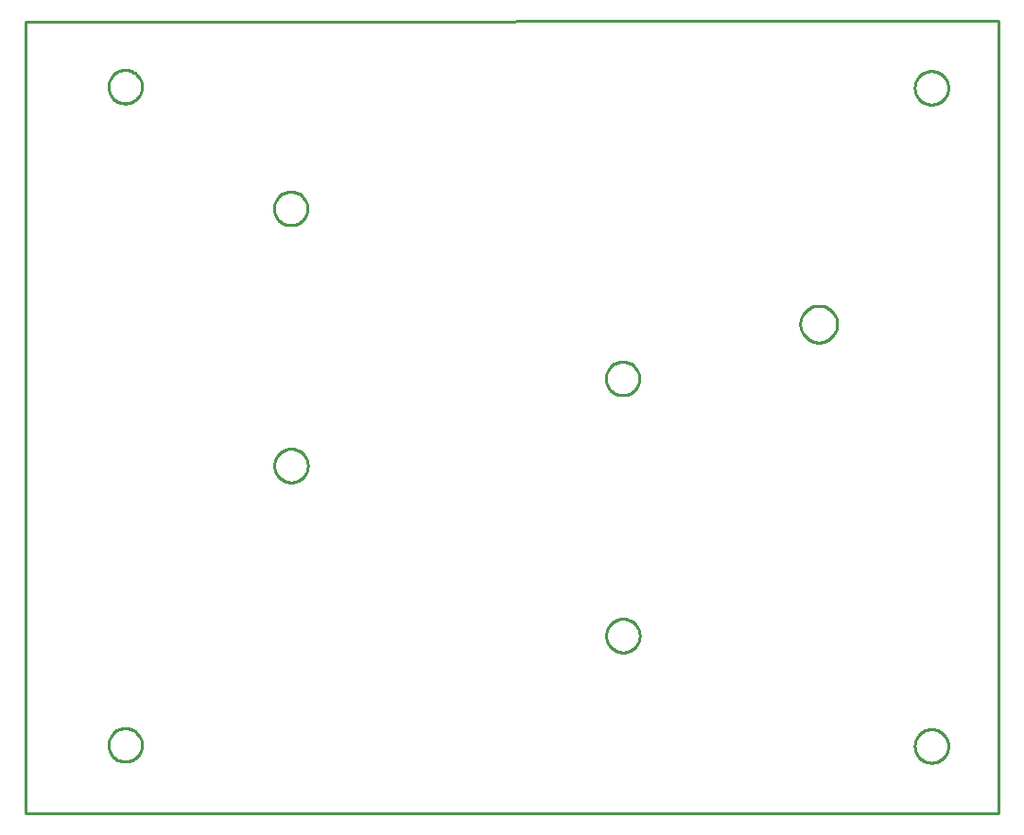
<source format=gbr>
G04 EAGLE Gerber RS-274X export*
G75*
%MOMM*%
%FSLAX34Y34*%
%LPD*%
%IN*%
%IPPOS*%
%AMOC8*
5,1,8,0,0,1.08239X$1,22.5*%
G01*
%ADD10C,0.254000*%


D10*
X201000Y288400D02*
X1072000Y289000D01*
X1072000Y999000D01*
X201000Y998400D01*
X201000Y288400D01*
X305000Y939464D02*
X305000Y940536D01*
X304924Y941604D01*
X304771Y942665D01*
X304543Y943712D01*
X304241Y944740D01*
X303867Y945744D01*
X303422Y946719D01*
X302908Y947659D01*
X302329Y948560D01*
X301687Y949418D01*
X300985Y950228D01*
X300228Y950985D01*
X299418Y951687D01*
X298560Y952329D01*
X297659Y952908D01*
X296719Y953422D01*
X295744Y953867D01*
X294740Y954241D01*
X293712Y954543D01*
X292665Y954771D01*
X291604Y954924D01*
X290536Y955000D01*
X289464Y955000D01*
X288396Y954924D01*
X287335Y954771D01*
X286288Y954543D01*
X285260Y954241D01*
X284256Y953867D01*
X283281Y953422D01*
X282341Y952908D01*
X281440Y952329D01*
X280582Y951687D01*
X279772Y950985D01*
X279015Y950228D01*
X278313Y949418D01*
X277671Y948560D01*
X277092Y947659D01*
X276578Y946719D01*
X276133Y945744D01*
X275759Y944740D01*
X275457Y943712D01*
X275229Y942665D01*
X275076Y941604D01*
X275000Y940536D01*
X275000Y939464D01*
X275076Y938396D01*
X275229Y937335D01*
X275457Y936288D01*
X275759Y935260D01*
X276133Y934256D01*
X276578Y933281D01*
X277092Y932341D01*
X277671Y931440D01*
X278313Y930582D01*
X279015Y929772D01*
X279772Y929015D01*
X280582Y928313D01*
X281440Y927671D01*
X282341Y927092D01*
X283281Y926578D01*
X284256Y926133D01*
X285260Y925759D01*
X286288Y925457D01*
X287335Y925229D01*
X288396Y925076D01*
X289464Y925000D01*
X290536Y925000D01*
X291604Y925076D01*
X292665Y925229D01*
X293712Y925457D01*
X294740Y925759D01*
X295744Y926133D01*
X296719Y926578D01*
X297659Y927092D01*
X298560Y927671D01*
X299418Y928313D01*
X300228Y929015D01*
X300985Y929772D01*
X301687Y930582D01*
X302329Y931440D01*
X302908Y932341D01*
X303422Y933281D01*
X303867Y934256D01*
X304241Y935260D01*
X304543Y936288D01*
X304771Y937335D01*
X304924Y938396D01*
X305000Y939464D01*
X1027000Y348464D02*
X1027000Y349536D01*
X1026924Y350604D01*
X1026771Y351665D01*
X1026543Y352712D01*
X1026241Y353740D01*
X1025867Y354744D01*
X1025422Y355719D01*
X1024908Y356659D01*
X1024329Y357560D01*
X1023687Y358418D01*
X1022985Y359228D01*
X1022228Y359985D01*
X1021418Y360687D01*
X1020560Y361329D01*
X1019659Y361908D01*
X1018719Y362422D01*
X1017744Y362867D01*
X1016740Y363241D01*
X1015712Y363543D01*
X1014665Y363771D01*
X1013604Y363924D01*
X1012536Y364000D01*
X1011464Y364000D01*
X1010396Y363924D01*
X1009335Y363771D01*
X1008288Y363543D01*
X1007260Y363241D01*
X1006256Y362867D01*
X1005281Y362422D01*
X1004341Y361908D01*
X1003440Y361329D01*
X1002582Y360687D01*
X1001772Y359985D01*
X1001015Y359228D01*
X1000313Y358418D01*
X999671Y357560D01*
X999092Y356659D01*
X998578Y355719D01*
X998133Y354744D01*
X997759Y353740D01*
X997457Y352712D01*
X997229Y351665D01*
X997076Y350604D01*
X997000Y349536D01*
X997000Y348464D01*
X997076Y347396D01*
X997229Y346335D01*
X997457Y345288D01*
X997759Y344260D01*
X998133Y343256D01*
X998578Y342281D01*
X999092Y341341D01*
X999671Y340440D01*
X1000313Y339582D01*
X1001015Y338772D01*
X1001772Y338015D01*
X1002582Y337313D01*
X1003440Y336671D01*
X1004341Y336092D01*
X1005281Y335578D01*
X1006256Y335133D01*
X1007260Y334759D01*
X1008288Y334457D01*
X1009335Y334229D01*
X1010396Y334076D01*
X1011464Y334000D01*
X1012536Y334000D01*
X1013604Y334076D01*
X1014665Y334229D01*
X1015712Y334457D01*
X1016740Y334759D01*
X1017744Y335133D01*
X1018719Y335578D01*
X1019659Y336092D01*
X1020560Y336671D01*
X1021418Y337313D01*
X1022228Y338015D01*
X1022985Y338772D01*
X1023687Y339582D01*
X1024329Y340440D01*
X1024908Y341341D01*
X1025422Y342281D01*
X1025867Y343256D01*
X1026241Y344260D01*
X1026543Y345288D01*
X1026771Y346335D01*
X1026924Y347396D01*
X1027000Y348464D01*
X305000Y349464D02*
X305000Y350536D01*
X304924Y351604D01*
X304771Y352665D01*
X304543Y353712D01*
X304241Y354740D01*
X303867Y355744D01*
X303422Y356719D01*
X302908Y357659D01*
X302329Y358560D01*
X301687Y359418D01*
X300985Y360228D01*
X300228Y360985D01*
X299418Y361687D01*
X298560Y362329D01*
X297659Y362908D01*
X296719Y363422D01*
X295744Y363867D01*
X294740Y364241D01*
X293712Y364543D01*
X292665Y364771D01*
X291604Y364924D01*
X290536Y365000D01*
X289464Y365000D01*
X288396Y364924D01*
X287335Y364771D01*
X286288Y364543D01*
X285260Y364241D01*
X284256Y363867D01*
X283281Y363422D01*
X282341Y362908D01*
X281440Y362329D01*
X280582Y361687D01*
X279772Y360985D01*
X279015Y360228D01*
X278313Y359418D01*
X277671Y358560D01*
X277092Y357659D01*
X276578Y356719D01*
X276133Y355744D01*
X275759Y354740D01*
X275457Y353712D01*
X275229Y352665D01*
X275076Y351604D01*
X275000Y350536D01*
X275000Y349464D01*
X275076Y348396D01*
X275229Y347335D01*
X275457Y346288D01*
X275759Y345260D01*
X276133Y344256D01*
X276578Y343281D01*
X277092Y342341D01*
X277671Y341440D01*
X278313Y340582D01*
X279015Y339772D01*
X279772Y339015D01*
X280582Y338313D01*
X281440Y337671D01*
X282341Y337092D01*
X283281Y336578D01*
X284256Y336133D01*
X285260Y335759D01*
X286288Y335457D01*
X287335Y335229D01*
X288396Y335076D01*
X289464Y335000D01*
X290536Y335000D01*
X291604Y335076D01*
X292665Y335229D01*
X293712Y335457D01*
X294740Y335759D01*
X295744Y336133D01*
X296719Y336578D01*
X297659Y337092D01*
X298560Y337671D01*
X299418Y338313D01*
X300228Y339015D01*
X300985Y339772D01*
X301687Y340582D01*
X302329Y341440D01*
X302908Y342341D01*
X303422Y343281D01*
X303867Y344256D01*
X304241Y345260D01*
X304543Y346288D01*
X304771Y347335D01*
X304924Y348396D01*
X305000Y349464D01*
X1027000Y938464D02*
X1027000Y939536D01*
X1026924Y940604D01*
X1026771Y941665D01*
X1026543Y942712D01*
X1026241Y943740D01*
X1025867Y944744D01*
X1025422Y945719D01*
X1024908Y946659D01*
X1024329Y947560D01*
X1023687Y948418D01*
X1022985Y949228D01*
X1022228Y949985D01*
X1021418Y950687D01*
X1020560Y951329D01*
X1019659Y951908D01*
X1018719Y952422D01*
X1017744Y952867D01*
X1016740Y953241D01*
X1015712Y953543D01*
X1014665Y953771D01*
X1013604Y953924D01*
X1012536Y954000D01*
X1011464Y954000D01*
X1010396Y953924D01*
X1009335Y953771D01*
X1008288Y953543D01*
X1007260Y953241D01*
X1006256Y952867D01*
X1005281Y952422D01*
X1004341Y951908D01*
X1003440Y951329D01*
X1002582Y950687D01*
X1001772Y949985D01*
X1001015Y949228D01*
X1000313Y948418D01*
X999671Y947560D01*
X999092Y946659D01*
X998578Y945719D01*
X998133Y944744D01*
X997759Y943740D01*
X997457Y942712D01*
X997229Y941665D01*
X997076Y940604D01*
X997000Y939536D01*
X997000Y938464D01*
X997076Y937396D01*
X997229Y936335D01*
X997457Y935288D01*
X997759Y934260D01*
X998133Y933256D01*
X998578Y932281D01*
X999092Y931341D01*
X999671Y930440D01*
X1000313Y929582D01*
X1001015Y928772D01*
X1001772Y928015D01*
X1002582Y927313D01*
X1003440Y926671D01*
X1004341Y926092D01*
X1005281Y925578D01*
X1006256Y925133D01*
X1007260Y924759D01*
X1008288Y924457D01*
X1009335Y924229D01*
X1010396Y924076D01*
X1011464Y924000D01*
X1012536Y924000D01*
X1013604Y924076D01*
X1014665Y924229D01*
X1015712Y924457D01*
X1016740Y924759D01*
X1017744Y925133D01*
X1018719Y925578D01*
X1019659Y926092D01*
X1020560Y926671D01*
X1021418Y927313D01*
X1022228Y928015D01*
X1022985Y928772D01*
X1023687Y929582D01*
X1024329Y930440D01*
X1024908Y931341D01*
X1025422Y932281D01*
X1025867Y933256D01*
X1026241Y934260D01*
X1026543Y935288D01*
X1026771Y936335D01*
X1026924Y937396D01*
X1027000Y938464D01*
X720380Y679036D02*
X720456Y680104D01*
X720609Y681165D01*
X720837Y682212D01*
X721139Y683240D01*
X721513Y684244D01*
X721958Y685219D01*
X722472Y686159D01*
X723051Y687060D01*
X723693Y687918D01*
X724395Y688728D01*
X725152Y689485D01*
X725962Y690187D01*
X726820Y690829D01*
X727721Y691408D01*
X728661Y691922D01*
X729636Y692367D01*
X730640Y692741D01*
X731668Y693043D01*
X732715Y693271D01*
X733776Y693424D01*
X734844Y693500D01*
X735916Y693500D01*
X736984Y693424D01*
X738045Y693271D01*
X739092Y693043D01*
X740120Y692741D01*
X741124Y692367D01*
X742099Y691922D01*
X743039Y691408D01*
X743940Y690829D01*
X744798Y690187D01*
X745608Y689485D01*
X746365Y688728D01*
X747067Y687918D01*
X747709Y687060D01*
X748288Y686159D01*
X748802Y685219D01*
X749247Y684244D01*
X749621Y683240D01*
X749923Y682212D01*
X750151Y681165D01*
X750304Y680104D01*
X750380Y679036D01*
X750380Y677964D01*
X750304Y676896D01*
X750151Y675835D01*
X749923Y674788D01*
X749621Y673760D01*
X749247Y672756D01*
X748802Y671781D01*
X748288Y670841D01*
X747709Y669940D01*
X747067Y669082D01*
X746365Y668272D01*
X745608Y667515D01*
X744798Y666813D01*
X743940Y666171D01*
X743039Y665592D01*
X742099Y665078D01*
X741124Y664633D01*
X740120Y664259D01*
X739092Y663957D01*
X738045Y663729D01*
X736984Y663576D01*
X735916Y663500D01*
X734844Y663500D01*
X733776Y663576D01*
X732715Y663729D01*
X731668Y663957D01*
X730640Y664259D01*
X729636Y664633D01*
X728661Y665078D01*
X727721Y665592D01*
X726820Y666171D01*
X725962Y666813D01*
X725152Y667515D01*
X724395Y668272D01*
X723693Y669082D01*
X723051Y669940D01*
X722472Y670841D01*
X721958Y671781D01*
X721513Y672756D01*
X721139Y673760D01*
X720837Y674788D01*
X720609Y675835D01*
X720456Y676896D01*
X720380Y677964D01*
X720380Y679036D01*
X423200Y831436D02*
X423276Y832504D01*
X423429Y833565D01*
X423657Y834612D01*
X423959Y835640D01*
X424333Y836644D01*
X424778Y837619D01*
X425292Y838559D01*
X425871Y839460D01*
X426513Y840318D01*
X427215Y841128D01*
X427972Y841885D01*
X428782Y842587D01*
X429640Y843229D01*
X430541Y843808D01*
X431481Y844322D01*
X432456Y844767D01*
X433460Y845141D01*
X434488Y845443D01*
X435535Y845671D01*
X436596Y845824D01*
X437664Y845900D01*
X438736Y845900D01*
X439804Y845824D01*
X440865Y845671D01*
X441912Y845443D01*
X442940Y845141D01*
X443944Y844767D01*
X444919Y844322D01*
X445859Y843808D01*
X446760Y843229D01*
X447618Y842587D01*
X448428Y841885D01*
X449185Y841128D01*
X449887Y840318D01*
X450529Y839460D01*
X451108Y838559D01*
X451622Y837619D01*
X452067Y836644D01*
X452441Y835640D01*
X452743Y834612D01*
X452971Y833565D01*
X453124Y832504D01*
X453200Y831436D01*
X453200Y830364D01*
X453124Y829296D01*
X452971Y828235D01*
X452743Y827188D01*
X452441Y826160D01*
X452067Y825156D01*
X451622Y824181D01*
X451108Y823241D01*
X450529Y822340D01*
X449887Y821482D01*
X449185Y820672D01*
X448428Y819915D01*
X447618Y819213D01*
X446760Y818571D01*
X445859Y817992D01*
X444919Y817478D01*
X443944Y817033D01*
X442940Y816659D01*
X441912Y816357D01*
X440865Y816129D01*
X439804Y815976D01*
X438736Y815900D01*
X437664Y815900D01*
X436596Y815976D01*
X435535Y816129D01*
X434488Y816357D01*
X433460Y816659D01*
X432456Y817033D01*
X431481Y817478D01*
X430541Y817992D01*
X429640Y818571D01*
X428782Y819213D01*
X427972Y819915D01*
X427215Y820672D01*
X426513Y821482D01*
X425871Y822340D01*
X425292Y823241D01*
X424778Y824181D01*
X424333Y825156D01*
X423959Y826160D01*
X423657Y827188D01*
X423429Y828235D01*
X423276Y829296D01*
X423200Y830364D01*
X423200Y831436D01*
X720680Y448536D02*
X720756Y449604D01*
X720909Y450665D01*
X721137Y451712D01*
X721439Y452740D01*
X721813Y453744D01*
X722258Y454719D01*
X722772Y455659D01*
X723351Y456560D01*
X723993Y457418D01*
X724695Y458228D01*
X725452Y458985D01*
X726262Y459687D01*
X727120Y460329D01*
X728021Y460908D01*
X728961Y461422D01*
X729936Y461867D01*
X730940Y462241D01*
X731968Y462543D01*
X733015Y462771D01*
X734076Y462924D01*
X735144Y463000D01*
X736216Y463000D01*
X737284Y462924D01*
X738345Y462771D01*
X739392Y462543D01*
X740420Y462241D01*
X741424Y461867D01*
X742399Y461422D01*
X743339Y460908D01*
X744240Y460329D01*
X745098Y459687D01*
X745908Y458985D01*
X746665Y458228D01*
X747367Y457418D01*
X748009Y456560D01*
X748588Y455659D01*
X749102Y454719D01*
X749547Y453744D01*
X749921Y452740D01*
X750223Y451712D01*
X750451Y450665D01*
X750604Y449604D01*
X750680Y448536D01*
X750680Y447464D01*
X750604Y446396D01*
X750451Y445335D01*
X750223Y444288D01*
X749921Y443260D01*
X749547Y442256D01*
X749102Y441281D01*
X748588Y440341D01*
X748009Y439440D01*
X747367Y438582D01*
X746665Y437772D01*
X745908Y437015D01*
X745098Y436313D01*
X744240Y435671D01*
X743339Y435092D01*
X742399Y434578D01*
X741424Y434133D01*
X740420Y433759D01*
X739392Y433457D01*
X738345Y433229D01*
X737284Y433076D01*
X736216Y433000D01*
X735144Y433000D01*
X734076Y433076D01*
X733015Y433229D01*
X731968Y433457D01*
X730940Y433759D01*
X729936Y434133D01*
X728961Y434578D01*
X728021Y435092D01*
X727120Y435671D01*
X726262Y436313D01*
X725452Y437015D01*
X724695Y437772D01*
X723993Y438582D01*
X723351Y439440D01*
X722772Y440341D01*
X722258Y441281D01*
X721813Y442256D01*
X721439Y443260D01*
X721137Y444288D01*
X720909Y445335D01*
X720756Y446396D01*
X720680Y447464D01*
X720680Y448536D01*
X423500Y600936D02*
X423576Y602004D01*
X423729Y603065D01*
X423957Y604112D01*
X424259Y605140D01*
X424633Y606144D01*
X425078Y607119D01*
X425592Y608059D01*
X426171Y608960D01*
X426813Y609818D01*
X427515Y610628D01*
X428272Y611385D01*
X429082Y612087D01*
X429940Y612729D01*
X430841Y613308D01*
X431781Y613822D01*
X432756Y614267D01*
X433760Y614641D01*
X434788Y614943D01*
X435835Y615171D01*
X436896Y615324D01*
X437964Y615400D01*
X439036Y615400D01*
X440104Y615324D01*
X441165Y615171D01*
X442212Y614943D01*
X443240Y614641D01*
X444244Y614267D01*
X445219Y613822D01*
X446159Y613308D01*
X447060Y612729D01*
X447918Y612087D01*
X448728Y611385D01*
X449485Y610628D01*
X450187Y609818D01*
X450829Y608960D01*
X451408Y608059D01*
X451922Y607119D01*
X452367Y606144D01*
X452741Y605140D01*
X453043Y604112D01*
X453271Y603065D01*
X453424Y602004D01*
X453500Y600936D01*
X453500Y599864D01*
X453424Y598796D01*
X453271Y597735D01*
X453043Y596688D01*
X452741Y595660D01*
X452367Y594656D01*
X451922Y593681D01*
X451408Y592741D01*
X450829Y591840D01*
X450187Y590982D01*
X449485Y590172D01*
X448728Y589415D01*
X447918Y588713D01*
X447060Y588071D01*
X446159Y587492D01*
X445219Y586978D01*
X444244Y586533D01*
X443240Y586159D01*
X442212Y585857D01*
X441165Y585629D01*
X440104Y585476D01*
X439036Y585400D01*
X437964Y585400D01*
X436896Y585476D01*
X435835Y585629D01*
X434788Y585857D01*
X433760Y586159D01*
X432756Y586533D01*
X431781Y586978D01*
X430841Y587492D01*
X429940Y588071D01*
X429082Y588713D01*
X428272Y589415D01*
X427515Y590172D01*
X426813Y590982D01*
X426171Y591840D01*
X425592Y592741D01*
X425078Y593681D01*
X424633Y594656D01*
X424259Y595660D01*
X423957Y596688D01*
X423729Y597735D01*
X423576Y598796D01*
X423500Y599864D01*
X423500Y600936D01*
X927510Y726720D02*
X927439Y725641D01*
X927298Y724569D01*
X927087Y723509D01*
X926808Y722465D01*
X926460Y721441D01*
X926046Y720443D01*
X925568Y719473D01*
X925028Y718537D01*
X924427Y717638D01*
X923769Y716781D01*
X923057Y715968D01*
X922292Y715204D01*
X921479Y714491D01*
X920622Y713833D01*
X919723Y713232D01*
X918787Y712692D01*
X917817Y712214D01*
X916819Y711800D01*
X915795Y711452D01*
X914751Y711173D01*
X913691Y710962D01*
X912619Y710821D01*
X911540Y710750D01*
X910460Y710750D01*
X909381Y710821D01*
X908309Y710962D01*
X907249Y711173D01*
X906205Y711452D01*
X905181Y711800D01*
X904183Y712214D01*
X903213Y712692D01*
X902277Y713232D01*
X901378Y713833D01*
X900521Y714491D01*
X899708Y715204D01*
X898944Y715968D01*
X898231Y716781D01*
X897573Y717638D01*
X896972Y718537D01*
X896432Y719473D01*
X895954Y720443D01*
X895540Y721441D01*
X895192Y722465D01*
X894913Y723509D01*
X894702Y724569D01*
X894561Y725641D01*
X894490Y726720D01*
X894490Y727800D01*
X894561Y728879D01*
X894702Y729951D01*
X894913Y731011D01*
X895192Y732055D01*
X895540Y733079D01*
X895954Y734077D01*
X896432Y735047D01*
X896972Y735983D01*
X897573Y736882D01*
X898231Y737739D01*
X898944Y738552D01*
X899708Y739317D01*
X900521Y740029D01*
X901378Y740687D01*
X902277Y741288D01*
X903213Y741828D01*
X904183Y742306D01*
X905181Y742720D01*
X906205Y743068D01*
X907249Y743347D01*
X908309Y743558D01*
X909381Y743699D01*
X910460Y743770D01*
X911540Y743770D01*
X912619Y743699D01*
X913691Y743558D01*
X914751Y743347D01*
X915795Y743068D01*
X916819Y742720D01*
X917817Y742306D01*
X918787Y741828D01*
X919723Y741288D01*
X920622Y740687D01*
X921479Y740029D01*
X922292Y739317D01*
X923057Y738552D01*
X923769Y737739D01*
X924427Y736882D01*
X925028Y735983D01*
X925568Y735047D01*
X926046Y734077D01*
X926460Y733079D01*
X926808Y732055D01*
X927087Y731011D01*
X927298Y729951D01*
X927439Y728879D01*
X927510Y727800D01*
X927510Y726720D01*
M02*

</source>
